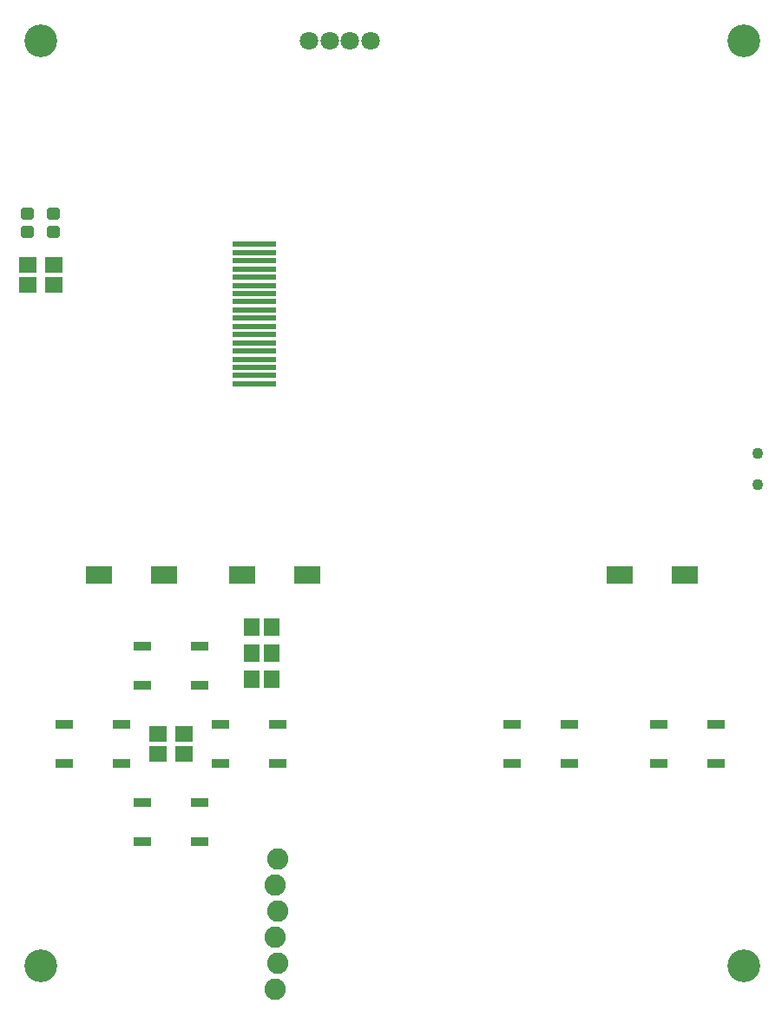
<source format=gbr>
G04 EAGLE Gerber RS-274X export*
G75*
%MOMM*%
%FSLAX34Y34*%
%LPD*%
%INSoldermask Top*%
%IPPOS*%
%AMOC8*
5,1,8,0,0,1.08239X$1,22.5*%
G01*
%ADD10R,1.503200X1.703200*%
%ADD11R,1.703200X1.503200*%
%ADD12C,1.103200*%
%ADD13R,1.727200X0.965200*%
%ADD14R,2.503200X1.803200*%
%ADD15R,4.203200X0.603200*%
%ADD16C,3.203200*%
%ADD17C,0.505344*%
%ADD18C,2.082800*%
%ADD19C,1.803200*%


D10*
X263500Y368300D03*
X244500Y368300D03*
X263500Y342900D03*
X244500Y342900D03*
D11*
X177800Y244500D03*
X177800Y263500D03*
D10*
X263500Y317500D03*
X244500Y317500D03*
D11*
X152400Y244500D03*
X152400Y263500D03*
D12*
X737870Y536970D03*
X737870Y506970D03*
D13*
X497840Y273050D03*
X553720Y273050D03*
X497840Y234950D03*
X553720Y234950D03*
X641350Y273050D03*
X697230Y273050D03*
X641350Y234950D03*
X697230Y234950D03*
X137160Y196850D03*
X193040Y196850D03*
X137160Y158750D03*
X193040Y158750D03*
X60960Y273050D03*
X116840Y273050D03*
X60960Y234950D03*
X116840Y234950D03*
D14*
X603500Y419100D03*
X666500Y419100D03*
D13*
X213360Y273050D03*
X269240Y273050D03*
X213360Y234950D03*
X269240Y234950D03*
D14*
X95500Y419100D03*
X158500Y419100D03*
X235200Y419100D03*
X298200Y419100D03*
D13*
X193040Y311150D03*
X137160Y311150D03*
X193040Y349250D03*
X137160Y349250D03*
D15*
X247000Y677100D03*
X247000Y669100D03*
X247000Y685100D03*
X247000Y693100D03*
X247000Y701100D03*
X247000Y709100D03*
X247000Y717100D03*
X247000Y725100D03*
X247000Y661100D03*
X247000Y653100D03*
X247000Y645100D03*
X247000Y637100D03*
X247000Y629100D03*
X247000Y621100D03*
X247000Y733100D03*
X247000Y741100D03*
X247000Y613100D03*
X247000Y605100D03*
D16*
X38100Y38100D03*
X38100Y939800D03*
X723900Y38100D03*
X723900Y939800D03*
D11*
X25400Y720700D03*
X25400Y701700D03*
X50800Y720700D03*
X50800Y701700D03*
D17*
X28890Y756720D02*
X21910Y756720D01*
X28890Y756720D02*
X28890Y749740D01*
X21910Y749740D01*
X21910Y756720D01*
X21910Y754540D02*
X28890Y754540D01*
X28890Y774260D02*
X21910Y774260D01*
X28890Y774260D02*
X28890Y767280D01*
X21910Y767280D01*
X21910Y774260D01*
X21910Y772080D02*
X28890Y772080D01*
X47310Y756720D02*
X54290Y756720D01*
X54290Y749740D01*
X47310Y749740D01*
X47310Y756720D01*
X47310Y754540D02*
X54290Y754540D01*
X54290Y774260D02*
X47310Y774260D01*
X54290Y774260D02*
X54290Y767280D01*
X47310Y767280D01*
X47310Y774260D01*
X47310Y772080D02*
X54290Y772080D01*
D18*
X269240Y142240D03*
X266700Y116840D03*
X269240Y91440D03*
X266700Y66040D03*
X269240Y40640D03*
X266700Y15240D03*
D19*
X300200Y939800D03*
X320200Y939800D03*
X340200Y939800D03*
X360200Y939800D03*
M02*

</source>
